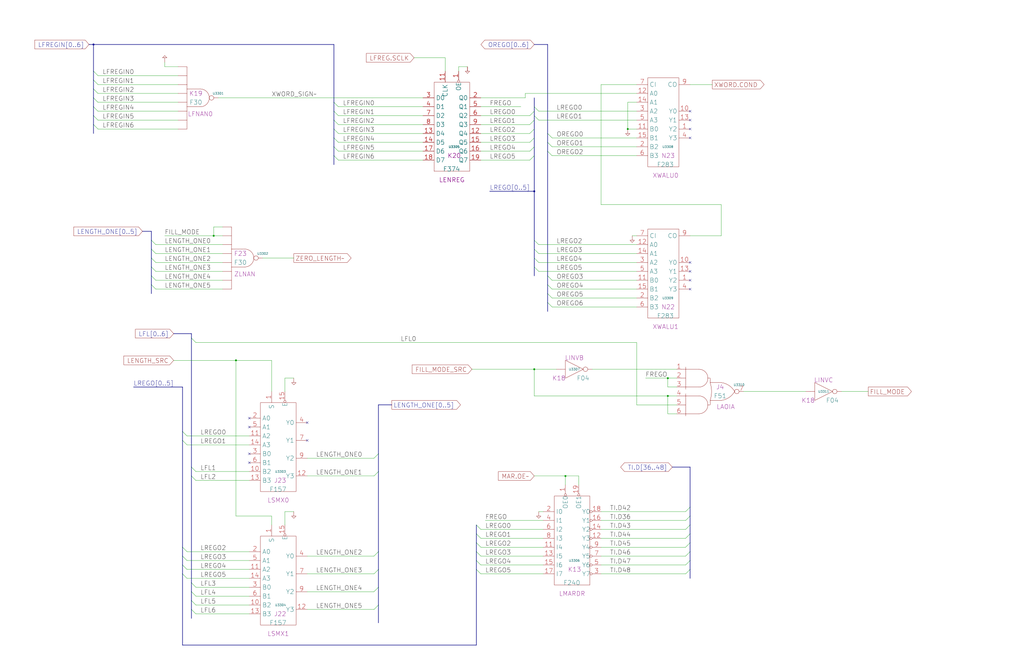
<source format=kicad_sch>
(kicad_sch (version 20230121) (generator eeschema)
  (paper "User" 584.2 378.46)
  (title_block (title "FIU FIELD PARAMETERS") (date "20-MAR-90") (rev "1.0") (comment 1 "FIU") (comment 2 "232-003065") (comment 3 "S400") (comment 4 "RELEASED"))
  (lib_symbols
    (symbol "r1000:F04" (pin_numbers hide) (pin_names hide)
      (property "Reference" "U" (at 0 0 0))
      (property "Value" "F04" (at 1.27 -5.08 0))
      (property "Location" "___" (at -12.7 -5.08 0))
      (property "Name" "______" (at 0 5.08 0))
      (symbol "F04_0_1"
        (polyline (pts (xy -7.62 0) (xy -5.08 0)) (stroke (width 0.1524)))
        (polyline (pts (xy -5.08 5.08) (xy -5.08 -5.08)) (stroke (width 0.1524)))
        (polyline (pts (xy 5.08 0) (xy -5.08 -5.08)) (stroke (width 0.1524)))
        (polyline (pts (xy 5.08 0) (xy -5.08 5.08)) (stroke (width 0.1524)))
        (circle (center 6.35 0) (radius 1.27) (stroke (width 0.1524)))
      )
      (symbol "F04_1_1"
        (pin input line (at -10.16 0 0) (length 2.54) (name "D0") (number "1"))
        (pin output line (at 10.16 0 180) (length 2.54) (name "Q") (number "2"))
      )
    )
    (symbol "r1000:F157" (pin_names (offset 1.016))
      (property "Reference" "U" (at 2.54 5.08 0))
      (property "Value" "F157" (at -3.81 -5.08 0))
      (property "Location" "___" (at -1.27 0 0))
      (property "Name" "______" (at 1.27 -12.7 0))
      (symbol "F157_1_1"
        (rectangle (start -8.89 44.45) (end 11.43 -6.35))
        (circle (center 5.08 45.085) (radius 0.635))
        (pin input line (at -2.54 50.8 270) (length 6.35) (name "S") (number "1"))
        (pin input line (at -15.24 5.08 0) (length 6.35) (name "B2") (number "10"))
        (pin input line (at -15.24 25.4 0) (length 6.35) (name "A2") (number "11"))
        (pin output line (at 17.78 2.54 180) (length 6.35) (name "Y3") (number "12"))
        (pin input line (at -15.24 0 0) (length 6.35) (name "B3") (number "13"))
        (pin input line (at -15.24 20.32 0) (length 6.35) (name "A3") (number "14"))
        (pin input line (at 5.08 50.8 270) (length 5.08) (name "E") (number "15"))
        (pin input line (at -15.24 35.56 0) (length 6.35) (name "A0") (number "2"))
        (pin input line (at -15.24 15.24 0) (length 6.35) (name "B0") (number "3"))
        (pin output line (at 17.78 33.02 180) (length 6.35) (name "Y0") (number "4"))
        (pin input line (at -15.24 30.48 0) (length 6.35) (name "A1") (number "5"))
        (pin input line (at -15.24 10.16 0) (length 6.35) (name "B1") (number "6"))
        (pin output line (at 17.78 22.86 180) (length 6.35) (name "Y1") (number "7"))
        (pin output line (at 17.78 12.7 180) (length 6.35) (name "Y2") (number "9"))
      )
    )
    (symbol "r1000:F240" (pin_names (offset 1.016))
      (property "Reference" "U" (at 2.54 5.08 0))
      (property "Value" "F240" (at -3.81 -7.62 0))
      (property "Location" "___" (at -1.27 0 0))
      (property "Name" "______" (at 1.27 -15.24 0))
      (symbol "F240_1_1"
        (rectangle (start -8.89 41.91) (end 11.43 -8.89))
        (circle (center -2.54 42.545) (radius 0.635))
        (circle (center 5.08 42.545) (radius 0.635))
        (circle (center 12.065 -2.54) (radius 0.635))
        (circle (center 12.065 2.54) (radius 0.635))
        (circle (center 12.065 7.62) (radius 0.635))
        (circle (center 12.065 12.7) (radius 0.635))
        (circle (center 12.065 17.78) (radius 0.635))
        (circle (center 12.065 22.86) (radius 0.635))
        (circle (center 12.065 27.94) (radius 0.635))
        (circle (center 12.065 33.02) (radius 0.635))
        (pin input line (at -2.54 48.26 270) (length 5.08) (name "OE0") (number "1"))
        (pin input line (at -15.24 12.7 0) (length 6.35) (name "I4") (number "11"))
        (pin tri_state line (at 17.78 17.78 180) (length 5.08) (name "Y3") (number "12"))
        (pin input line (at -15.24 7.62 0) (length 6.35) (name "I5") (number "13"))
        (pin tri_state line (at 17.78 22.86 180) (length 5.08) (name "Y2") (number "14"))
        (pin input line (at -15.24 2.54 0) (length 6.35) (name "I6") (number "15"))
        (pin tri_state line (at 17.78 27.94 180) (length 5.08) (name "Y1") (number "16"))
        (pin input line (at -15.24 -2.54 0) (length 6.35) (name "I7") (number "17"))
        (pin tri_state line (at 17.78 33.02 180) (length 5.08) (name "Y0") (number "18"))
        (pin input line (at 5.08 48.26 270) (length 5.08) (name "OE1") (number "19"))
        (pin input line (at -15.24 33.02 0) (length 6.35) (name "I0") (number "2"))
        (pin tri_state line (at 17.78 -2.54 180) (length 5.08) (name "Y7") (number "3"))
        (pin input line (at -15.24 27.94 0) (length 6.35) (name "I1") (number "4"))
        (pin tri_state line (at 17.78 2.54 180) (length 5.08) (name "Y6") (number "5"))
        (pin input line (at -15.24 22.86 0) (length 6.35) (name "I2") (number "6"))
        (pin tri_state line (at 17.78 7.62 180) (length 5.08) (name "Y5") (number "7"))
        (pin input line (at -15.24 17.78 0) (length 6.35) (name "I3") (number "8"))
        (pin tri_state line (at 17.78 12.7 180) (length 5.08) (name "Y4") (number "9"))
      )
    )
    (symbol "r1000:F283" (pin_names (offset 1.016))
      (property "Reference" "U" (at 2.54 5.08 0))
      (property "Value" "F283" (at -3.81 -5.08 0))
      (property "Location" "___" (at -1.27 0 0))
      (property "Name" "______" (at 1.27 -12.7 0))
      (symbol "F283_1_1"
        (rectangle (start -8.89 44.45) (end 8.89 -6.35))
        (pin output line (at 15.24 15.24 180) (length 6.35) (name "Y2") (number "1"))
        (pin output line (at 15.24 25.4 180) (length 6.35) (name "Y0") (number "10"))
        (pin input line (at -15.24 15.24 0) (length 6.35) (name "B0") (number "11"))
        (pin input line (at -15.24 35.56 0) (length 6.35) (name "A0") (number "12"))
        (pin output line (at 15.24 20.32 180) (length 6.35) (name "Y1") (number "13"))
        (pin input line (at -15.24 30.48 0) (length 6.35) (name "A1") (number "14"))
        (pin input line (at -15.24 10.16 0) (length 6.35) (name "B1") (number "15"))
        (pin input line (at -15.24 5.08 0) (length 6.35) (name "B2") (number "2"))
        (pin input line (at -15.24 25.4 0) (length 6.35) (name "A2") (number "3"))
        (pin output line (at 15.24 10.16 180) (length 6.35) (name "Y3") (number "4"))
        (pin input line (at -15.24 20.32 0) (length 6.35) (name "A3") (number "5"))
        (pin input line (at -15.24 0 0) (length 6.35) (name "B3") (number "6"))
        (pin input line (at -15.24 40.64 0) (length 6.35) (name "CI") (number "7"))
        (pin output line (at 15.24 40.64 180) (length 6.35) (name "CO") (number "9"))
      )
    )
    (symbol "r1000:F30" (pin_numbers hide) (pin_names hide)
      (property "Reference" "U" (at 15.24 2.54 0))
      (property "Value" "F30" (at 2.54 -2.54 0))
      (property "Location" "___" (at 2.54 2.54 0))
      (property "Name" "______" (at 5.08 -10.62 0))
      (symbol "F30_0_0"
        (polyline (pts (xy -2.54 -5.08) (xy 5.08 -5.08)) (stroke (width 0.1524)))
        (polyline (pts (xy -2.54 5.08) (xy 5.08 5.08)) (stroke (width 0.1524)))
        (arc (start 5.08 -5.08) (mid 8.6721 -3.5921) (end 10.16 0) (stroke (width 0.1524)))
        (arc (start 10.16 0) (mid 8.6721 3.5921) (end 5.08 5.08) (stroke (width 0.1524)))
        (circle (center 11.43 0) (radius 1.27) (stroke (width 0.1524)))
      )
      (symbol "F30_0_1"
        (polyline (pts (xy -2.54 -7.62) (xy -2.54 -17.78)) (stroke (width 0.1524)))
        (polyline (pts (xy -2.54 -5.08) (xy -2.54 -7.62)) (stroke (width 0.1524)))
        (polyline (pts (xy -2.54 5.08) (xy -2.54 -5.08)) (stroke (width 0.1524)))
        (polyline (pts (xy -2.54 7.62) (xy -2.54 5.08)) (stroke (width 0.1524)))
        (polyline (pts (xy -2.54 17.145) (xy -2.54 7.62)) (stroke (width 0.1524)))
        (polyline (pts (xy -2.54 17.78) (xy -2.54 17.145)) (stroke (width 0.1524)))
      )
      (symbol "F30_1_1"
        (pin input line (at -7.62 7.62 0) (length 5.08) (name "D2") (number "1"))
        (pin input line (at -7.62 17.78 0) (length 5.08) (name "D0") (number "11"))
        (pin input line (at -7.62 12.7 0) (length 5.08) (name "D1") (number "12"))
        (pin input line (at -7.62 2.54 0) (length 5.08) (name "D3") (number "2"))
        (pin input line (at -7.62 -2.54 0) (length 5.08) (name "D4") (number "3"))
        (pin input line (at -7.62 -7.62 0) (length 5.08) (name "D5") (number "4"))
        (pin input line (at -7.62 -12.7 0) (length 5.08) (name "D6") (number "5"))
        (pin input line (at -7.62 -17.78 0) (length 5.08) (name "D7") (number "6"))
        (pin output line (at 15.24 0 180) (length 2.54) (name "Q") (number "8"))
      )
    )
    (symbol "r1000:F374" (pin_names (offset 1.016))
      (property "Reference" "U" (at 2.54 5.08 0))
      (property "Value" "F374" (at -3.81 -7.62 0))
      (property "Location" "___" (at -1.27 0 0))
      (property "Name" "______" (at 1.27 -15.24 0))
      (symbol "F374_1_1"
        (rectangle (start -8.89 41.91) (end 11.43 -8.89))
        (circle (center 5.08 42.545) (radius 0.635))
        (pin input line (at 5.08 48.26 270) (length 5.08) (name "OE") (number "1"))
        (pin input line (at -2.54 48.26 270) (length 6.35) (name "CLK") (number "11"))
        (pin tri_state line (at 17.78 12.7 180) (length 6.35) (name "Q4") (number "12"))
        (pin input line (at -15.24 12.7 0) (length 6.35) (name "D4") (number "13"))
        (pin input line (at -15.24 7.62 0) (length 6.35) (name "D5") (number "14"))
        (pin tri_state line (at 17.78 7.62 180) (length 6.35) (name "Q5") (number "15"))
        (pin tri_state line (at 17.78 2.54 180) (length 6.35) (name "Q6") (number "16"))
        (pin input line (at -15.24 2.54 0) (length 6.35) (name "D6") (number "17"))
        (pin input line (at -15.24 -2.54 0) (length 6.35) (name "D7") (number "18"))
        (pin tri_state line (at 17.78 -2.54 180) (length 6.35) (name "Q7") (number "19"))
        (pin tri_state line (at 17.78 33.02 180) (length 6.35) (name "Q0") (number "2"))
        (pin input line (at -15.24 33.02 0) (length 6.35) (name "D0") (number "3"))
        (pin input line (at -15.24 27.94 0) (length 6.35) (name "D1") (number "4"))
        (pin tri_state line (at 17.78 27.94 180) (length 6.35) (name "Q1") (number "5"))
        (pin tri_state line (at 17.78 22.86 180) (length 6.35) (name "Q2") (number "6"))
        (pin input line (at -15.24 22.86 0) (length 6.35) (name "D2") (number "7"))
        (pin input line (at -15.24 17.78 0) (length 6.35) (name "D3") (number "8"))
        (pin tri_state line (at 17.78 17.78 180) (length 6.35) (name "Q3") (number "9"))
      )
    )
    (symbol "r1000:F51" (pin_names hide)
      (property "Reference" "U" (at 12.7 1.27 0))
      (property "Value" "F51" (at 1.905 -5.08 0))
      (property "Location" "___" (at 1.905 0 0))
      (property "Name" "______" (at 5.08 -12.7 0))
      (symbol "F51_0_0"
        (arc (start -10.16 -15.24) (mid -6.5679 -13.7521) (end -5.08 -10.16) (stroke (width 0.1524)))
        (arc (start -10.16 0) (mid -6.5679 1.4879) (end -5.08 5.08) (stroke (width 0.1524)))
        (arc (start -5.08 -10.16) (mid -6.5679 -6.5679) (end -10.16 -5.08) (stroke (width 0.1524)))
        (arc (start -5.08 5.08) (mid -6.5679 8.6721) (end -10.16 10.16) (stroke (width 0.1524)))
        (arc (start -3.8173 -7.62) (mid -2.9926 -2.54) (end -3.8173 2.54) (stroke (width 0.1524)))
        (polyline (pts (xy -20.32 -15.24) (xy -17.78 -15.24)) (stroke (width 0.1524)))
        (polyline (pts (xy -20.32 -10.16) (xy -17.78 -10.16)) (stroke (width 0.1524)))
        (polyline (pts (xy -20.32 -5.08) (xy -17.78 -5.08)) (stroke (width 0.1524)))
        (polyline (pts (xy -20.32 0) (xy -17.78 0)) (stroke (width 0.1524)))
        (polyline (pts (xy -20.32 5.08) (xy -17.78 5.08)) (stroke (width 0.1524)))
        (polyline (pts (xy -20.32 10.16) (xy -17.78 10.16)) (stroke (width 0.1524)))
        (polyline (pts (xy -17.78 -3.81) (xy -17.78 -16.51)) (stroke (width 0.1524)))
        (polyline (pts (xy -17.78 11.43) (xy -17.78 -1.27)) (stroke (width 0.1524)))
        (polyline (pts (xy -10.16 -15.24) (xy -17.78 -15.24)) (stroke (width 0.1524)))
        (polyline (pts (xy -10.16 -5.08) (xy -17.78 -5.08)) (stroke (width 0.1524)))
        (polyline (pts (xy -10.16 0) (xy -17.78 0)) (stroke (width 0.1524)))
        (polyline (pts (xy -10.16 10.16) (xy -17.78 10.16)) (stroke (width 0.1524)))
        (polyline (pts (xy -3.81 -7.62) (xy 2.54 -7.62)) (stroke (width 0.1524)))
        (polyline (pts (xy -3.81 2.54) (xy 2.54 2.54)) (stroke (width 0.1524)))
        (polyline (pts (xy -5.08 -10.16) (xy -3.81 -10.16) (xy -3.81 -7.62)) (stroke (width 0.1524)))
        (polyline (pts (xy -5.08 5.08) (xy -3.81 5.08) (xy -3.81 2.54)) (stroke (width 0.1524)))
        (arc (start 2.54 -7.62) (mid 6.9504 -5.9805) (end 10.16 -2.54) (stroke (width 0.1524)))
        (arc (start 10.16 -2.54) (mid 6.9516 0.9024) (end 2.54 2.54) (stroke (width 0.1524)))
        (circle (center 11.43 -2.54) (radius 1.27) (stroke (width 0.1524)))
      )
      (symbol "F51_1_1"
        (pin input line (at -22.86 10.16 0) (length 2.54) (name "A1") (number "1"))
        (pin input line (at -22.86 5.08 0) (length 2.54) (name "A2") (number "2"))
        (pin input line (at -22.86 0 0) (length 2.54) (name "A3") (number "3"))
        (pin input line (at -22.86 -5.08 0) (length 2.54) (name "B1") (number "4"))
        (pin input line (at -22.86 -10.16 0) (length 2.54) (name "B2") (number "5"))
        (pin input line (at -22.86 -15.24 0) (length 2.54) (name "B3") (number "6"))
        (pin output line (at 15.24 -2.54 180) (length 2.54) (name "Q") (number "7"))
      )
    )
    (symbol "r1000:PD" (power) (pin_numbers hide) (pin_names hide) (in_bom no)
      (symbol "PD_0_1"
        (polyline (pts (xy 0 -2.54) (xy 1.27 -2.54) (xy 0 -3.81) (xy -1.27 -2.54) (xy 0 -2.54)) (stroke (width 0.1524)))
      )
      (symbol "PD_1_1"
        (pin power_in line (at 0 0 270) (length 2.54) (name "PD") (number "1"))
      )
    )
    (symbol "r1000:PU" (power) (pin_numbers hide) (pin_names hide)
      (symbol "PU_0_1"
        (polyline (pts (xy 0 2.54) (xy -1.27 2.54) (xy 0 3.81) (xy 1.27 2.54) (xy 0 2.54)) (stroke (width 0.1524)))
      )
      (symbol "PU_1_1"
        (pin power_in line (at 0 0 90) (length 2.54) (name "PU") (number "1"))
      )
    )
  )
  (junction (at 381 215.9))
  (junction (at 358.14 73.66))
  (junction (at 121.92 134.62))
  (junction (at 322.58 271.78))
  (junction (at 304.8 109.22))
  (junction (at 304.8 210.82))
  (junction (at 53.34 25.4))
  (junction (at 381 226.06))
  (junction (at 134.62 205.74))
  (no_connect (at 393.7 73.66))
  (no_connect (at 142.24 259.08))
  (no_connect (at 175.26 241.3))
  (no_connect (at 393.7 154.94))
  (no_connect (at 142.24 238.76))
  (no_connect (at 393.7 78.74))
  (no_connect (at 142.24 264.16))
  (no_connect (at 142.24 243.84))
  (no_connect (at 393.7 68.58))
  (no_connect (at 175.26 251.46))
  (no_connect (at 393.7 160.02))
  (no_connect (at 393.7 149.86))
  (no_connect (at 393.7 63.5))
  (no_connect (at 393.7 165.1))
  (bus_entry (at 109.22 342.9) (size 2.54 2.54))
  (bus_entry (at 86.36 152.4) (size 2.54 2.54))
  (bus_entry (at 312.42 167.64) (size 2.54 2.54))
  (bus_entry (at 104.14 246.38) (size 2.54 2.54))
  (bus_entry (at 312.42 86.36) (size 2.54 2.54))
  (bus_entry (at 190.5 68.58) (size 2.54 2.54))
  (bus_entry (at 304.8 66.04) (size 2.54 2.54))
  (bus_entry (at 53.34 71.12) (size 2.54 2.54))
  (bus_entry (at 190.5 58.42) (size 2.54 2.54))
  (bus_entry (at 190.5 83.82) (size 2.54 2.54))
  (bus_entry (at 86.36 137.16) (size 2.54 2.54))
  (bus_entry (at 215.9 325.12) (size -2.54 2.54))
  (bus_entry (at 304.8 142.24) (size 2.54 2.54))
  (bus_entry (at 104.14 251.46) (size 2.54 2.54))
  (bus_entry (at 271.78 309.88) (size 2.54 2.54))
  (bus_entry (at 393.7 304.8) (size -2.54 2.54))
  (bus_entry (at 304.8 63.5) (size -2.54 2.54))
  (bus_entry (at 393.7 299.72) (size -2.54 2.54))
  (bus_entry (at 393.7 320.04) (size -2.54 2.54))
  (bus_entry (at 271.78 299.72) (size 2.54 2.54))
  (bus_entry (at 53.34 66.04) (size 2.54 2.54))
  (bus_entry (at 312.42 81.28) (size 2.54 2.54))
  (bus_entry (at 312.42 172.72) (size 2.54 2.54))
  (bus_entry (at 215.9 345.44) (size -2.54 2.54))
  (bus_entry (at 104.14 317.5) (size 2.54 2.54))
  (bus_entry (at 190.5 88.9) (size 2.54 2.54))
  (bus_entry (at 271.78 325.12) (size 2.54 2.54))
  (bus_entry (at 86.36 157.48) (size 2.54 2.54))
  (bus_entry (at 53.34 50.8) (size 2.54 2.54))
  (bus_entry (at 53.34 60.96) (size 2.54 2.54))
  (bus_entry (at 393.7 325.12) (size -2.54 2.54))
  (bus_entry (at 271.78 314.96) (size 2.54 2.54))
  (bus_entry (at 304.8 68.58) (size -2.54 2.54))
  (bus_entry (at 304.8 60.96) (size 2.54 2.54))
  (bus_entry (at 271.78 320.04) (size 2.54 2.54))
  (bus_entry (at 304.8 73.66) (size -2.54 2.54))
  (bus_entry (at 304.8 78.74) (size -2.54 2.54))
  (bus_entry (at 86.36 162.56) (size 2.54 2.54))
  (bus_entry (at 271.78 304.8) (size 2.54 2.54))
  (bus_entry (at 393.7 309.88) (size -2.54 2.54))
  (bus_entry (at 215.9 335.28) (size -2.54 2.54))
  (bus_entry (at 393.7 314.96) (size -2.54 2.54))
  (bus_entry (at 109.22 337.82) (size 2.54 2.54))
  (bus_entry (at 109.22 347.98) (size 2.54 2.54))
  (bus_entry (at 393.7 289.56) (size -2.54 2.54))
  (bus_entry (at 190.5 78.74) (size 2.54 2.54))
  (bus_entry (at 215.9 269.24) (size -2.54 2.54))
  (bus_entry (at 304.8 137.16) (size 2.54 2.54))
  (bus_entry (at 104.14 322.58) (size 2.54 2.54))
  (bus_entry (at 86.36 142.24) (size 2.54 2.54))
  (bus_entry (at 86.36 147.32) (size 2.54 2.54))
  (bus_entry (at 53.34 55.88) (size 2.54 2.54))
  (bus_entry (at 304.8 83.82) (size -2.54 2.54))
  (bus_entry (at 312.42 162.56) (size 2.54 2.54))
  (bus_entry (at 53.34 40.64) (size 2.54 2.54))
  (bus_entry (at 304.8 152.4) (size 2.54 2.54))
  (bus_entry (at 109.22 193.04) (size 2.54 2.54))
  (bus_entry (at 109.22 271.78) (size 2.54 2.54))
  (bus_entry (at 109.22 332.74) (size 2.54 2.54))
  (bus_entry (at 215.9 314.96) (size -2.54 2.54))
  (bus_entry (at 109.22 266.7) (size 2.54 2.54))
  (bus_entry (at 312.42 157.48) (size 2.54 2.54))
  (bus_entry (at 53.34 45.72) (size 2.54 2.54))
  (bus_entry (at 104.14 327.66) (size 2.54 2.54))
  (bus_entry (at 190.5 73.66) (size 2.54 2.54))
  (bus_entry (at 312.42 76.2) (size 2.54 2.54))
  (bus_entry (at 215.9 259.08) (size -2.54 2.54))
  (bus_entry (at 104.14 312.42) (size 2.54 2.54))
  (bus_entry (at 304.8 147.32) (size 2.54 2.54))
  (bus_entry (at 190.5 63.5) (size 2.54 2.54))
  (bus_entry (at 393.7 294.64) (size -2.54 2.54))
  (bus_entry (at 304.8 88.9) (size -2.54 2.54))
  (wire (pts (xy 193.04 91.44) (xy 241.3 91.44)))
  (bus (pts (xy 383.54 266.7) (xy 393.7 266.7)))
  (wire (pts (xy 106.68 314.96) (xy 142.24 314.96)))
  (bus (pts (xy 86.36 142.24) (xy 86.36 147.32)))
  (bus (pts (xy 393.7 325.12) (xy 393.7 330.2)))
  (bus (pts (xy 304.8 78.74) (xy 304.8 83.82)))
  (wire (pts (xy 307.34 149.86) (xy 363.22 149.86)))
  (wire (pts (xy 314.96 83.82) (xy 363.22 83.82)))
  (wire (pts (xy 193.04 76.2) (xy 241.3 76.2)))
  (wire (pts (xy 101.6 38.1) (xy 93.98 38.1)))
  (bus (pts (xy 50.8 25.4) (xy 53.34 25.4)))
  (wire (pts (xy 307.34 63.5) (xy 363.22 63.5)))
  (bus (pts (xy 190.5 25.4) (xy 190.5 58.42)))
  (wire (pts (xy 274.32 81.28) (xy 302.26 81.28)))
  (wire (pts (xy 381 236.22) (xy 381 226.06)))
  (wire (pts (xy 393.7 48.26) (xy 406.4 48.26)))
  (bus (pts (xy 304.8 147.32) (xy 304.8 152.4)))
  (wire (pts (xy 276.86 297.18) (xy 309.88 297.18)))
  (wire (pts (xy 358.14 73.66) (xy 363.22 73.66)))
  (wire (pts (xy 167.64 292.1) (xy 162.56 292.1)))
  (wire (pts (xy 424.18 223.52) (xy 459.74 223.52)))
  (bus (pts (xy 99.06 190.5) (xy 109.22 190.5)))
  (wire (pts (xy 386.08 226.06) (xy 381 226.06)))
  (wire (pts (xy 254 33.02) (xy 236.22 33.02)))
  (wire (pts (xy 314.96 78.74) (xy 363.22 78.74)))
  (wire (pts (xy 322.58 271.78) (xy 304.8 271.78)))
  (bus (pts (xy 271.78 325.12) (xy 271.78 368.3)))
  (bus (pts (xy 393.7 320.04) (xy 393.7 325.12)))
  (wire (pts (xy 193.04 66.04) (xy 241.3 66.04)))
  (wire (pts (xy 111.76 340.36) (xy 142.24 340.36)))
  (wire (pts (xy 342.9 297.18) (xy 391.16 297.18)))
  (wire (pts (xy 363.22 195.58) (xy 111.76 195.58)))
  (wire (pts (xy 386.08 236.22) (xy 381 236.22)))
  (bus (pts (xy 86.36 132.08) (xy 86.36 137.16)))
  (bus (pts (xy 104.14 251.46) (xy 104.14 312.42)))
  (wire (pts (xy 154.94 299.72) (xy 154.94 294.64)))
  (bus (pts (xy 304.8 83.82) (xy 304.8 88.9)))
  (wire (pts (xy 55.88 48.26) (xy 101.6 48.26)))
  (wire (pts (xy 111.76 350.52) (xy 142.24 350.52)))
  (wire (pts (xy 121.92 134.62) (xy 127 134.62)))
  (bus (pts (xy 109.22 337.82) (xy 109.22 342.9)))
  (wire (pts (xy 330.2 271.78) (xy 322.58 271.78)))
  (wire (pts (xy 127 129.54) (xy 121.92 129.54)))
  (wire (pts (xy 193.04 71.12) (xy 241.3 71.12)))
  (bus (pts (xy 312.42 25.4) (xy 312.42 76.2)))
  (wire (pts (xy 55.88 58.42) (xy 101.6 58.42)))
  (wire (pts (xy 299.72 55.88) (xy 274.32 55.88)))
  (bus (pts (xy 53.34 71.12) (xy 53.34 76.2)))
  (bus (pts (xy 215.9 269.24) (xy 215.9 314.96)))
  (bus (pts (xy 304.8 152.4) (xy 304.8 157.48)))
  (bus (pts (xy 393.7 294.64) (xy 393.7 299.72)))
  (wire (pts (xy 274.32 327.66) (xy 309.88 327.66)))
  (wire (pts (xy 314.96 160.02) (xy 363.22 160.02)))
  (wire (pts (xy 175.26 317.5) (xy 213.36 317.5)))
  (bus (pts (xy 53.34 66.04) (xy 53.34 71.12)))
  (bus (pts (xy 109.22 347.98) (xy 109.22 353.06)))
  (wire (pts (xy 274.32 86.36) (xy 302.26 86.36)))
  (bus (pts (xy 312.42 157.48) (xy 312.42 162.56)))
  (bus (pts (xy 312.42 162.56) (xy 312.42 167.64)))
  (wire (pts (xy 342.9 48.26) (xy 363.22 48.26)))
  (bus (pts (xy 304.8 66.04) (xy 304.8 68.58)))
  (bus (pts (xy 312.42 76.2) (xy 312.42 81.28)))
  (bus (pts (xy 86.36 147.32) (xy 86.36 152.4)))
  (bus (pts (xy 271.78 314.96) (xy 271.78 320.04)))
  (wire (pts (xy 274.32 322.58) (xy 309.88 322.58)))
  (bus (pts (xy 393.7 314.96) (xy 393.7 320.04)))
  (bus (pts (xy 81.28 132.08) (xy 86.36 132.08)))
  (wire (pts (xy 154.94 294.64) (xy 134.62 294.64)))
  (wire (pts (xy 175.26 327.66) (xy 213.36 327.66)))
  (bus (pts (xy 104.14 220.98) (xy 104.14 246.38)))
  (bus (pts (xy 109.22 332.74) (xy 109.22 337.82)))
  (wire (pts (xy 99.06 205.74) (xy 134.62 205.74)))
  (bus (pts (xy 393.7 309.88) (xy 393.7 314.96)))
  (wire (pts (xy 149.86 147.32) (xy 167.64 147.32)))
  (bus (pts (xy 190.5 78.74) (xy 190.5 83.82)))
  (bus (pts (xy 104.14 312.42) (xy 104.14 317.5)))
  (wire (pts (xy 162.56 215.9) (xy 162.56 223.52)))
  (bus (pts (xy 304.8 137.16) (xy 304.8 142.24)))
  (wire (pts (xy 307.34 292.1) (xy 309.88 292.1)))
  (wire (pts (xy 411.48 116.84) (xy 342.9 116.84)))
  (wire (pts (xy 106.68 330.2) (xy 142.24 330.2)))
  (wire (pts (xy 88.9 149.86) (xy 127 149.86)))
  (wire (pts (xy 134.62 294.64) (xy 134.62 205.74)))
  (bus (pts (xy 312.42 167.64) (xy 312.42 172.72)))
  (wire (pts (xy 175.26 337.82) (xy 213.36 337.82)))
  (bus (pts (xy 104.14 327.66) (xy 104.14 368.3)))
  (wire (pts (xy 480.06 223.52) (xy 495.3 223.52)))
  (wire (pts (xy 175.26 261.62) (xy 213.36 261.62)))
  (wire (pts (xy 55.88 63.5) (xy 101.6 63.5)))
  (bus (pts (xy 53.34 50.8) (xy 53.34 55.88)))
  (bus (pts (xy 393.7 304.8) (xy 393.7 309.88)))
  (wire (pts (xy 274.32 307.34) (xy 309.88 307.34)))
  (wire (pts (xy 342.9 292.1) (xy 391.16 292.1)))
  (wire (pts (xy 307.34 144.78) (xy 363.22 144.78)))
  (wire (pts (xy 381 220.98) (xy 381 215.9)))
  (bus (pts (xy 304.8 55.88) (xy 304.8 60.96)))
  (wire (pts (xy 299.72 53.34) (xy 299.72 55.88)))
  (wire (pts (xy 342.9 302.26) (xy 391.16 302.26)))
  (bus (pts (xy 304.8 142.24) (xy 304.8 147.32)))
  (wire (pts (xy 363.22 53.34) (xy 299.72 53.34)))
  (wire (pts (xy 55.88 73.66) (xy 101.6 73.66)))
  (bus (pts (xy 53.34 25.4) (xy 53.34 40.64)))
  (wire (pts (xy 269.24 210.82) (xy 304.8 210.82)))
  (bus (pts (xy 215.9 325.12) (xy 215.9 335.28)))
  (wire (pts (xy 93.98 134.62) (xy 121.92 134.62)))
  (wire (pts (xy 162.56 292.1) (xy 162.56 299.72)))
  (bus (pts (xy 304.8 88.9) (xy 304.8 109.22)))
  (bus (pts (xy 393.7 266.7) (xy 393.7 289.56)))
  (wire (pts (xy 342.9 116.84) (xy 342.9 48.26)))
  (bus (pts (xy 190.5 88.9) (xy 190.5 93.98)))
  (bus (pts (xy 104.14 322.58) (xy 104.14 327.66)))
  (wire (pts (xy 261.62 38.1) (xy 261.62 40.64)))
  (wire (pts (xy 175.26 347.98) (xy 213.36 347.98)))
  (wire (pts (xy 342.9 322.58) (xy 391.16 322.58)))
  (wire (pts (xy 167.64 215.9) (xy 162.56 215.9)))
  (bus (pts (xy 271.78 368.3) (xy 104.14 368.3)))
  (wire (pts (xy 314.96 170.18) (xy 363.22 170.18)))
  (bus (pts (xy 312.42 86.36) (xy 312.42 157.48)))
  (wire (pts (xy 124.46 55.88) (xy 241.3 55.88)))
  (wire (pts (xy 304.8 226.06) (xy 304.8 210.82)))
  (wire (pts (xy 314.96 88.9) (xy 363.22 88.9)))
  (bus (pts (xy 190.5 63.5) (xy 190.5 68.58)))
  (bus (pts (xy 53.34 40.64) (xy 53.34 45.72)))
  (wire (pts (xy 368.3 215.9) (xy 381 215.9)))
  (bus (pts (xy 393.7 299.72) (xy 393.7 304.8)))
  (wire (pts (xy 360.68 134.62) (xy 363.22 134.62)))
  (wire (pts (xy 363.22 58.42) (xy 358.14 58.42)))
  (wire (pts (xy 411.48 134.62) (xy 411.48 116.84)))
  (bus (pts (xy 271.78 304.8) (xy 271.78 309.88)))
  (wire (pts (xy 55.88 68.58) (xy 101.6 68.58)))
  (wire (pts (xy 106.68 325.12) (xy 142.24 325.12)))
  (wire (pts (xy 358.14 58.42) (xy 358.14 73.66)))
  (wire (pts (xy 88.9 139.7) (xy 127 139.7)))
  (bus (pts (xy 304.8 68.58) (xy 304.8 73.66)))
  (bus (pts (xy 271.78 309.88) (xy 271.78 314.96)))
  (wire (pts (xy 175.26 271.78) (xy 213.36 271.78)))
  (wire (pts (xy 307.34 139.7) (xy 363.22 139.7)))
  (bus (pts (xy 271.78 299.72) (xy 271.78 304.8)))
  (wire (pts (xy 274.32 312.42) (xy 309.88 312.42)))
  (wire (pts (xy 88.9 144.78) (xy 127 144.78)))
  (bus (pts (xy 53.34 45.72) (xy 53.34 50.8)))
  (wire (pts (xy 193.04 60.96) (xy 241.3 60.96)))
  (wire (pts (xy 55.88 53.34) (xy 101.6 53.34)))
  (wire (pts (xy 393.7 134.62) (xy 411.48 134.62)))
  (bus (pts (xy 304.8 60.96) (xy 304.8 63.5)))
  (bus (pts (xy 304.8 63.5) (xy 304.8 66.04)))
  (wire (pts (xy 111.76 335.28) (xy 142.24 335.28)))
  (bus (pts (xy 215.9 345.44) (xy 215.9 355.6)))
  (bus (pts (xy 190.5 83.82) (xy 190.5 88.9)))
  (bus (pts (xy 86.36 137.16) (xy 86.36 142.24)))
  (bus (pts (xy 109.22 271.78) (xy 109.22 332.74)))
  (bus (pts (xy 304.8 73.66) (xy 304.8 78.74)))
  (bus (pts (xy 109.22 342.9) (xy 109.22 347.98)))
  (bus (pts (xy 190.5 25.4) (xy 53.34 25.4)))
  (wire (pts (xy 111.76 274.32) (xy 142.24 274.32)))
  (bus (pts (xy 86.36 162.56) (xy 86.36 167.64)))
  (bus (pts (xy 104.14 317.5) (xy 104.14 322.58)))
  (bus (pts (xy 304.8 25.4) (xy 312.42 25.4)))
  (wire (pts (xy 322.58 276.86) (xy 322.58 271.78)))
  (wire (pts (xy 342.9 307.34) (xy 391.16 307.34)))
  (wire (pts (xy 381 226.06) (xy 304.8 226.06)))
  (bus (pts (xy 104.14 246.38) (xy 104.14 251.46)))
  (wire (pts (xy 274.32 71.12) (xy 302.26 71.12)))
  (bus (pts (xy 279.4 109.22) (xy 304.8 109.22)))
  (bus (pts (xy 76.2 220.98) (xy 104.14 220.98)))
  (wire (pts (xy 193.04 81.28) (xy 241.3 81.28)))
  (wire (pts (xy 266.7 38.1) (xy 261.62 38.1)))
  (bus (pts (xy 215.9 231.14) (xy 223.52 231.14)))
  (wire (pts (xy 106.68 320.04) (xy 142.24 320.04)))
  (bus (pts (xy 215.9 335.28) (xy 215.9 345.44)))
  (wire (pts (xy 88.9 154.94) (xy 127 154.94)))
  (bus (pts (xy 190.5 58.42) (xy 190.5 63.5)))
  (bus (pts (xy 215.9 259.08) (xy 215.9 269.24)))
  (wire (pts (xy 274.32 66.04) (xy 302.26 66.04)))
  (wire (pts (xy 304.8 210.82) (xy 317.5 210.82)))
  (wire (pts (xy 342.9 312.42) (xy 391.16 312.42)))
  (wire (pts (xy 106.68 248.92) (xy 142.24 248.92)))
  (bus (pts (xy 53.34 55.88) (xy 53.34 60.96)))
  (wire (pts (xy 274.32 302.26) (xy 309.88 302.26)))
  (bus (pts (xy 312.42 81.28) (xy 312.42 86.36)))
  (bus (pts (xy 215.9 314.96) (xy 215.9 325.12)))
  (wire (pts (xy 88.9 160.02) (xy 127 160.02)))
  (wire (pts (xy 254 40.64) (xy 254 33.02)))
  (wire (pts (xy 274.32 91.44) (xy 302.26 91.44)))
  (wire (pts (xy 121.92 129.54) (xy 121.92 134.62)))
  (wire (pts (xy 314.96 165.1) (xy 363.22 165.1)))
  (wire (pts (xy 55.88 43.18) (xy 101.6 43.18)))
  (wire (pts (xy 342.9 327.66) (xy 391.16 327.66)))
  (wire (pts (xy 330.2 276.86) (xy 330.2 271.78)))
  (bus (pts (xy 53.34 60.96) (xy 53.34 66.04)))
  (bus (pts (xy 393.7 289.56) (xy 393.7 294.64)))
  (wire (pts (xy 363.22 231.14) (xy 363.22 195.58)))
  (wire (pts (xy 134.62 205.74) (xy 154.94 205.74)))
  (wire (pts (xy 193.04 86.36) (xy 241.3 86.36)))
  (wire (pts (xy 274.32 317.5) (xy 309.88 317.5)))
  (wire (pts (xy 154.94 223.52) (xy 154.94 205.74)))
  (bus (pts (xy 304.8 109.22) (xy 304.8 137.16)))
  (bus (pts (xy 109.22 193.04) (xy 109.22 266.7)))
  (bus (pts (xy 109.22 266.7) (xy 109.22 271.78)))
  (wire (pts (xy 111.76 345.44) (xy 142.24 345.44)))
  (wire (pts (xy 106.68 254) (xy 142.24 254)))
  (bus (pts (xy 190.5 73.66) (xy 190.5 78.74)))
  (wire (pts (xy 111.76 269.24) (xy 142.24 269.24)))
  (wire (pts (xy 93.98 38.1) (xy 93.98 35.56)))
  (bus (pts (xy 86.36 157.48) (xy 86.36 162.56)))
  (bus (pts (xy 190.5 68.58) (xy 190.5 73.66)))
  (bus (pts (xy 215.9 231.14) (xy 215.9 259.08)))
  (wire (pts (xy 386.08 220.98) (xy 381 220.98)))
  (wire (pts (xy 314.96 175.26) (xy 363.22 175.26)))
  (wire (pts (xy 307.34 154.94) (xy 363.22 154.94)))
  (wire (pts (xy 274.32 76.2) (xy 302.26 76.2)))
  (wire (pts (xy 307.34 68.58) (xy 363.22 68.58)))
  (bus (pts (xy 109.22 190.5) (xy 109.22 193.04)))
  (bus (pts (xy 86.36 152.4) (xy 86.36 157.48)))
  (wire (pts (xy 337.82 210.82) (xy 386.08 210.82)))
  (wire (pts (xy 381 215.9) (xy 386.08 215.9)))
  (wire (pts (xy 342.9 317.5) (xy 391.16 317.5)))
  (bus (pts (xy 271.78 320.04) (xy 271.78 325.12)))
  (wire (pts (xy 274.32 60.96) (xy 297.18 60.96)))
  (wire (pts (xy 88.9 165.1) (xy 127 165.1)))
  (bus (pts (xy 312.42 172.72) (xy 312.42 177.8)))
  (wire (pts (xy 386.08 231.14) (xy 363.22 231.14)))
  (label "LREGO4" (at 114.3 325.12 0) (effects (font (size 2.54 2.54))))
  (label "LREGO1" (at 317.5 68.58 0) (effects (font (size 2.54 2.54))))
  (label "LFREGIN5" (at 58.42 68.58 0) (effects (font (size 2.54 2.54))))
  (label "TI.D42" (at 347.98 292.1 0) (effects (font (size 2.54 2.54))))
  (label "LENGTH_ONE0" (at 93.98 139.7 0) (effects (font (size 2.54 2.54))))
  (label "LFREGIN3" (at 58.42 58.42 0) (effects (font (size 2.54 2.54))))
  (label "OREGO4" (at 317.5 165.1 0) (effects (font (size 2.54 2.54))))
  (label "LREGO4" (at 317.5 149.86 0) (effects (font (size 2.54 2.54))))
  (label "LREGO5" (at 114.3 330.2 0) (effects (font (size 2.54 2.54))))
  (label "LREGO0" (at 279.4 66.04 0) (effects (font (size 2.54 2.54))))
  (label "LFL1" (at 114.3 269.24 0) (effects (font (size 2.54 2.54))))
  (label "FILL_MODE" (at 93.98 134.62 0) (effects (font (size 2.54 2.54))))
  (label "LENGTH_ONE5" (at 180.34 347.98 0) (effects (font (size 2.54 2.54))))
  (label "LFREGIN4" (at 195.58 81.28 0) (effects (font (size 2.54 2.54))))
  (label "LFREGIN4" (at 58.42 63.5 0) (effects (font (size 2.54 2.54))))
  (label "LREGO1" (at 276.86 307.34 0) (effects (font (size 2.54 2.54))))
  (label "TI.D46" (at 347.98 317.5 0) (effects (font (size 2.54 2.54))))
  (label "LFL4" (at 114.3 340.36 0) (effects (font (size 2.54 2.54))))
  (label "LREGO1" (at 279.4 71.12 0) (effects (font (size 2.54 2.54))))
  (label "LENGTH_ONE3" (at 180.34 327.66 0) (effects (font (size 2.54 2.54))))
  (label "LREGO0" (at 114.3 248.92 0) (effects (font (size 2.54 2.54))))
  (label "LENGTH_ONE0" (at 180.34 261.62 0) (effects (font (size 2.54 2.54))))
  (label "LENGTH_ONE3" (at 93.98 154.94 0) (effects (font (size 2.54 2.54))))
  (label "LREGO0" (at 317.5 63.5 0) (effects (font (size 2.54 2.54))))
  (label "LREGO2" (at 317.5 139.7 0) (effects (font (size 2.54 2.54))))
  (label "FREGO" (at 368.3 215.9 0) (effects (font (size 2.54 2.54))))
  (label "TI.D43" (at 347.98 302.26 0) (effects (font (size 2.54 2.54))))
  (label "LREGO2" (at 279.4 76.2 0) (effects (font (size 2.54 2.54))))
  (label "LREGO5" (at 317.5 154.94 0) (effects (font (size 2.54 2.54))))
  (label "LREGO0" (at 276.86 302.26 0) (effects (font (size 2.54 2.54))))
  (label "LENGTH_ONE1" (at 93.98 144.78 0) (effects (font (size 2.54 2.54))))
  (label "XWORD_SIGN~" (at 154.94 55.88 0) (effects (font (size 2.54 2.54))))
  (label "LFREGIN2" (at 58.42 53.34 0) (effects (font (size 2.54 2.54))))
  (label "TI.D45" (at 347.98 312.42 0) (effects (font (size 2.54 2.54))))
  (label "LFREGIN5" (at 195.58 86.36 0) (effects (font (size 2.54 2.54))))
  (label "LFL2" (at 114.3 274.32 0) (effects (font (size 2.54 2.54))))
  (label "LREGO3" (at 279.4 81.28 0) (effects (font (size 2.54 2.54))))
  (label "LREGO4" (at 276.86 322.58 0) (effects (font (size 2.54 2.54))))
  (label "LREGO3" (at 317.5 144.78 0) (effects (font (size 2.54 2.54))))
  (label "OREGO1" (at 317.5 83.82 0) (effects (font (size 2.54 2.54))))
  (label "LFL0" (at 228.6 195.58 0) (effects (font (size 2.54 2.54))))
  (label "LREGO5" (at 276.86 327.66 0) (effects (font (size 2.54 2.54))))
  (label "TI.D36" (at 347.98 297.18 0) (effects (font (size 2.54 2.54))))
  (label "LFREGIN6" (at 195.58 91.44 0) (effects (font (size 2.54 2.54))))
  (label "LREGO5" (at 279.4 91.44 0) (effects (font (size 2.54 2.54))))
  (label "LREGO1" (at 114.3 254 0) (effects (font (size 2.54 2.54))))
  (label "LREGO[0..5]" (at 279.4 109.22 0) (effects (font (size 2.54 2.54))))
  (label "LREGO2" (at 276.86 312.42 0) (effects (font (size 2.54 2.54))))
  (label "LENGTH_ONE4" (at 180.34 337.82 0) (effects (font (size 2.54 2.54))))
  (label "FREGO" (at 279.4 60.96 0) (effects (font (size 2.54 2.54))))
  (label "LFL6" (at 114.3 350.52 0) (effects (font (size 2.54 2.54))))
  (label "LFREGIN2" (at 195.58 71.12 0) (effects (font (size 2.54 2.54))))
  (label "OREGO5" (at 317.5 170.18 0) (effects (font (size 2.54 2.54))))
  (label "OREGO3" (at 317.5 160.02 0) (effects (font (size 2.54 2.54))))
  (label "LREGO[0..5]" (at 76.2 220.98 0) (effects (font (size 2.54 2.54))))
  (label "LENGTH_ONE5" (at 93.98 165.1 0) (effects (font (size 2.54 2.54))))
  (label "LENGTH_ONE2" (at 180.34 317.5 0) (effects (font (size 2.54 2.54))))
  (label "LFREGIN3" (at 195.58 76.2 0) (effects (font (size 2.54 2.54))))
  (label "LENGTH_ONE2" (at 93.98 149.86 0) (effects (font (size 2.54 2.54))))
  (label "LFL5" (at 114.3 345.44 0) (effects (font (size 2.54 2.54))))
  (label "TI.D44" (at 347.98 307.34 0) (effects (font (size 2.54 2.54))))
  (label "OREGO0" (at 317.5 78.74 0) (effects (font (size 2.54 2.54))))
  (label "LREGO2" (at 114.3 314.96 0) (effects (font (size 2.54 2.54))))
  (label "LENGTH_ONE4" (at 93.98 160.02 0) (effects (font (size 2.54 2.54))))
  (label "OREGO6" (at 317.5 175.26 0) (effects (font (size 2.54 2.54))))
  (label "LFREGIN6" (at 58.42 73.66 0) (effects (font (size 2.54 2.54))))
  (label "TI.D48" (at 347.98 327.66 0) (effects (font (size 2.54 2.54))))
  (label "LFREGIN0" (at 195.58 60.96 0) (effects (font (size 2.54 2.54))))
  (label "LFREGIN0" (at 58.42 43.18 0) (effects (font (size 2.54 2.54))))
  (label "LREGO4" (at 279.4 86.36 0) (effects (font (size 2.54 2.54))))
  (label "OREGO2" (at 317.5 88.9 0) (effects (font (size 2.54 2.54))))
  (label "FREGO" (at 276.86 297.18 0) (effects (font (size 2.54 2.54))))
  (label "TI.D47" (at 347.98 322.58 0) (effects (font (size 2.54 2.54))))
  (label "LREGO3" (at 276.86 317.5 0) (effects (font (size 2.54 2.54))))
  (label "LFREGIN1" (at 195.58 66.04 0) (effects (font (size 2.54 2.54))))
  (label "LFREGIN1" (at 58.42 48.26 0) (effects (font (size 2.54 2.54))))
  (label "LREGO3" (at 114.3 320.04 0) (effects (font (size 2.54 2.54))))
  (label "LENGTH_ONE1" (at 180.34 271.78 0) (effects (font (size 2.54 2.54))))
  (label "LFL3" (at 114.3 335.28 0) (effects (font (size 2.54 2.54))))
  (global_label "FILL_MODE_SRC" (shape input) (at 269.24 210.82 180) (effects (font (size 2.54 2.54))) (property "Intersheetrefs" "${INTERSHEET_REFS}" (at 235.1435 210.6613 0) (effects (font (size 1.905 1.905)) (justify right))))
  (global_label "LFREGIN[0..6]" (shape input) (at 50.8 25.4 180) (effects (font (size 2.54 2.54))) (property "Intersheetrefs" "${INTERSHEET_REFS}" (at 19.8483 25.2413 0) (effects (font (size 1.905 1.905)) (justify right))))
  (global_label "LFREG.SCLK" (shape input) (at 236.22 33.02 180) (effects (font (size 2.54 2.54))) (property "Intersheetrefs" "${INTERSHEET_REFS}" (at 209.0178 32.8613 0) (effects (font (size 1.905 1.905)) (justify right))))
  (global_label "ZERO_LENGTH~" (shape output) (at 167.64 147.32 0) (effects (font (size 2.54 2.54))) (property "Intersheetrefs" "${INTERSHEET_REFS}" (at 200.285 147.1613 0) (effects (font (size 1.905 1.905)) (justify left))))
  (global_label "LENGTH_ONE[0..5]" (shape output) (at 223.52 231.14 0) (effects (font (size 2.54 2.54))) (property "Intersheetrefs" "${INTERSHEET_REFS}" (at 262.6965 230.9813 0) (effects (font (size 1.905 1.905)) (justify left))))
  (global_label "LENGTH_ONE[0..5]" (shape input) (at 81.28 132.08 180) (effects (font (size 2.54 2.54))) (property "Intersheetrefs" "${INTERSHEET_REFS}" (at 42.1035 131.9213 0) (effects (font (size 1.905 1.905)) (justify right))))
  (global_label "LFL[0..6]" (shape input) (at 99.06 190.5 180) (effects (font (size 2.54 2.54))) (property "Intersheetrefs" "${INTERSHEET_REFS}" (at 77.3007 190.3413 0) (effects (font (size 1.905 1.905)) (justify right))))
  (global_label "FILL_MODE" (shape output) (at 495.3 223.52 0) (effects (font (size 2.54 2.54))) (property "Intersheetrefs" "${INTERSHEET_REFS}" (at 519.9622 223.3613 0) (effects (font (size 1.905 1.905)) (justify left))))
  (global_label "LENGTH_SRC" (shape input) (at 99.06 205.74 180) (effects (font (size 2.54 2.54))) (property "Intersheetrefs" "${INTERSHEET_REFS}" (at 70.6483 205.5813 0) (effects (font (size 1.905 1.905)) (justify right))))
  (global_label "XWORD.COND" (shape output) (at 406.4 48.26 0) (effects (font (size 2.54 2.54))) (property "Intersheetrefs" "${INTERSHEET_REFS}" (at 435.9003 48.1013 0) (effects (font (size 1.905 1.905)) (justify left))))
  (global_label "MAR.OE~" (shape input) (at 304.8 271.78 180) (effects (font (size 2.54 2.54))) (property "Intersheetrefs" "${INTERSHEET_REFS}" (at 284.3711 271.6213 0) (effects (font (size 1.905 1.905)) (justify right))))
  (global_label "TI.D[36..48]" (shape bidirectional) (at 383.54 266.7 180) (effects (font (size 2.54 2.54))) (property "Intersheetrefs" "${INTERSHEET_REFS}" (at 356.3378 266.5413 0) (effects (font (size 1.905 1.905)) (justify right))))
  (global_label "OREGO[0..6]" (shape bidirectional) (at 304.8 25.4 180) (effects (font (size 2.54 2.54))) (property "Intersheetrefs" "${INTERSHEET_REFS}" (at 276.6302 25.2413 0) (effects (font (size 1.905 1.905)) (justify right))))
  (symbol (lib_id "r1000:PU") (at 93.98 35.56 0) (unit 1)
    (property "Reference" "#PWR03301" (effects hide))
    (property "Value" "PU" (effects hide))
  )
  (symbol (lib_id "r1000:F157") (at 157.48 274.32 0) (unit 1)
    (property "Reference" "U3303" (at 160.02 269.24 0))
    (property "Value" "F157" (at 153.67 279.4 0) (effects (font (size 2.54 2.54)) (justify left)))
    (property "Location" "J23" (at 156.21 274.32 0) (effects (font (size 2.54 2.54)) (justify left)))
    (property "Name" "LSMX0" (at 158.75 287.02 0) (effects (font (size 2.54 2.54)) (justify bottom)))
  )
  (symbol (lib_id "r1000:F04") (at 469.9 223.52 0) (unit 1)
    (property "Reference" "U3311" (at 469.9 223.52 0))
    (property "Value" "F04" (at 471.17 228.6 0) (effects (font (size 2.54 2.54)) (justify left)))
    (property "Location" "K18" (at 457.2 228.6 0) (effects (font (size 2.54 2.54)) (justify left)))
    (property "Name" "LINVC" (at 469.9 218.44 0) (effects (font (size 2.54 2.54)) (justify bottom)))
  )
  (symbol (lib_id "r1000:PD") (at 307.34 292.1 0) (unit 1) (in_bom no)
    (property "Reference" "#PWR0127" (effects hide))
    (property "Value" "PD" (effects hide))
  )
  (symbol (lib_id "r1000:F30") (at 134.62 147.32 0) (unit 1)
    (property "Reference" "U3302" (at 149.86 144.78 0))
    (property "Value" "F30" (at 137.16 149.86 0) (effects (font (size 2.54 2.54))))
    (property "Location" "F23" (at 137.16 144.78 0) (effects (font (size 2.54 2.54))))
    (property "Name" "ZLNAN" (at 139.7 157.94 0) (effects (font (size 2.54 2.54)) (justify bottom)))
  )
  (symbol (lib_id "r1000:F04") (at 327.66 210.82 0) (unit 1)
    (property "Reference" "U3307" (at 327.66 210.82 0))
    (property "Value" "F04" (at 328.93 215.9 0) (effects (font (size 2.54 2.54)) (justify left)))
    (property "Location" "K18" (at 314.96 215.9 0) (effects (font (size 2.54 2.54)) (justify left)))
    (property "Name" "LINVB" (at 327.66 205.74 0) (effects (font (size 2.54 2.54)) (justify bottom)))
  )
  (symbol (lib_id "r1000:F283") (at 378.46 88.9 0) (unit 1)
    (property "Reference" "U3308" (at 381 83.82 0))
    (property "Value" "F283" (at 374.65 93.98 0) (effects (font (size 2.54 2.54)) (justify left)))
    (property "Location" "N23" (at 377.19 88.9 0) (effects (font (size 2.54 2.54)) (justify left)))
    (property "Name" "XWALU0" (at 379.73 101.6 0) (effects (font (size 2.54 2.54)) (justify bottom)))
  )
  (symbol (lib_id "r1000:F157") (at 157.48 350.52 0) (unit 1)
    (property "Reference" "U3304" (at 160.02 345.44 0))
    (property "Value" "F157" (at 153.67 355.6 0) (effects (font (size 2.54 2.54)) (justify left)))
    (property "Location" "J22" (at 156.21 350.52 0) (effects (font (size 2.54 2.54)) (justify left)))
    (property "Name" "LSMX1" (at 158.75 363.22 0) (effects (font (size 2.54 2.54)) (justify bottom)))
  )
  (symbol (lib_id "r1000:PD") (at 266.7 38.1 0) (unit 1) (in_bom no)
    (property "Reference" "#PWR0203" (effects hide))
    (property "Value" "PD" (effects hide))
  )
  (symbol (lib_id "r1000:PD") (at 167.64 215.9 0) (unit 1) (in_bom no)
    (property "Reference" "#PWR03302" (effects hide))
    (property "Value" "PD" (effects hide))
  )
  (symbol (lib_id "r1000:PD") (at 358.14 73.66 0) (unit 1) (in_bom no)
    (property "Reference" "#PWR03304" (effects hide))
    (property "Value" "PD" (effects hide))
  )
  (symbol (lib_id "r1000:F283") (at 378.46 175.26 0) (unit 1)
    (property "Reference" "U3309" (at 381 170.18 0))
    (property "Value" "F283" (at 374.65 180.34 0) (effects (font (size 2.54 2.54)) (justify left)))
    (property "Location" "N22" (at 377.19 175.26 0) (effects (font (size 2.54 2.54)) (justify left)))
    (property "Name" "XWALU1" (at 379.73 187.96 0) (effects (font (size 2.54 2.54)) (justify bottom)))
  )
  (symbol (lib_id "r1000:PD") (at 360.68 134.62 0) (unit 1) (in_bom no)
    (property "Reference" "#PWR03305" (effects hide))
    (property "Value" "PD" (effects hide))
  )
  (symbol (lib_id "r1000:F30") (at 109.22 55.88 0) (unit 1)
    (property "Reference" "U3301" (at 124.46 53.34 0))
    (property "Value" "F30" (at 111.76 58.42 0) (effects (font (size 2.54 2.54))))
    (property "Location" "K19" (at 111.76 53.34 0) (effects (font (size 2.54 2.54))))
    (property "Name" "LFNAN0" (at 114.3 66.5 0) (effects (font (size 2.54 2.54)) (justify bottom)))
  )
  (symbol (lib_id "r1000:F51") (at 408.94 220.98 0) (unit 1)
    (property "Reference" "U3310" (at 421.64 219.71 0))
    (property "Value" "F51" (at 410.845 226.06 0) (effects (font (size 2.54 2.54))))
    (property "Location" "J4" (at 410.845 220.98 0) (effects (font (size 2.54 2.54))))
    (property "Name" "LAOIA" (at 414.02 233.68 0) (effects (font (size 2.54 2.54)) (justify bottom)))
  )
  (symbol (lib_id "r1000:PD") (at 167.64 292.1 0) (unit 1) (in_bom no)
    (property "Reference" "#PWR03303" (effects hide))
    (property "Value" "PD" (effects hide))
  )
  (symbol (lib_id "r1000:F374") (at 256.54 88.9 0) (unit 1)
    (property "Reference" "U3305" (at 259.08 83.82 0))
    (property "Value" "F374" (at 252.73 96.52 0) (effects (font (size 2.54 2.54)) (justify left)))
    (property "Location" "K20" (at 255.27 88.9 0) (effects (font (size 2.54 2.54)) (justify left)))
    (property "Name" "LENREG" (at 257.81 104.14 0) (effects (font (size 2.54 2.54)) (justify bottom)))
  )
  (symbol (lib_id "r1000:F240") (at 325.12 325.12 0) (unit 1)
    (property "Reference" "U3306" (at 327.66 320.04 0))
    (property "Value" "F240" (at 321.31 332.74 0) (effects (font (size 2.54 2.54)) (justify left)))
    (property "Location" "K13" (at 323.85 325.12 0) (effects (font (size 2.54 2.54)) (justify left)))
    (property "Name" "LMARDR" (at 326.39 340.36 0) (effects (font (size 2.54 2.54)) (justify bottom)))
  )
)
</source>
